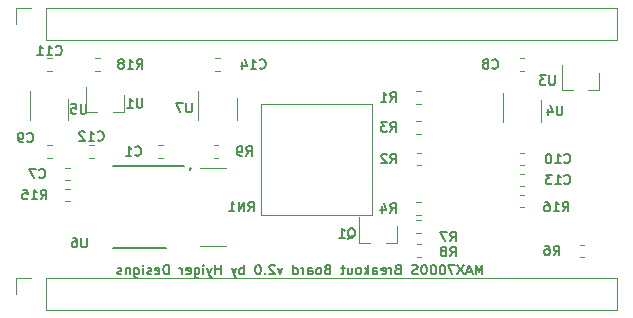
<source format=gbr>
G04 #@! TF.GenerationSoftware,KiCad,Pcbnew,(5.1.4-0-10_14)*
G04 #@! TF.CreationDate,2019-08-31T02:18:22-07:00*
G04 #@! TF.ProjectId,max_breakout,6d61785f-6272-4656-916b-6f75742e6b69,2.0*
G04 #@! TF.SameCoordinates,Original*
G04 #@! TF.FileFunction,Legend,Bot*
G04 #@! TF.FilePolarity,Positive*
%FSLAX46Y46*%
G04 Gerber Fmt 4.6, Leading zero omitted, Abs format (unit mm)*
G04 Created by KiCad (PCBNEW (5.1.4-0-10_14)) date 2019-08-31 02:18:22*
%MOMM*%
%LPD*%
G04 APERTURE LIST*
%ADD10C,0.152400*%
%ADD11C,0.120000*%
%ADD12C,0.150000*%
G04 APERTURE END LIST*
D10*
X127508000Y-110272285D02*
X127580571Y-110344857D01*
X127508000Y-110417428D01*
X127435428Y-110344857D01*
X127508000Y-110272285D01*
X127508000Y-110417428D01*
X152202847Y-119239695D02*
X152202847Y-118426895D01*
X151931914Y-119007466D01*
X151660980Y-118426895D01*
X151660980Y-119239695D01*
X151312638Y-119007466D02*
X150925590Y-119007466D01*
X151390047Y-119239695D02*
X151119114Y-118426895D01*
X150848180Y-119239695D01*
X150654657Y-118426895D02*
X150112790Y-119239695D01*
X150112790Y-118426895D02*
X150654657Y-119239695D01*
X149880561Y-118426895D02*
X149338695Y-118426895D01*
X149687038Y-119239695D01*
X148874238Y-118426895D02*
X148796828Y-118426895D01*
X148719419Y-118465600D01*
X148680714Y-118504304D01*
X148642009Y-118581714D01*
X148603304Y-118736533D01*
X148603304Y-118930057D01*
X148642009Y-119084876D01*
X148680714Y-119162285D01*
X148719419Y-119200990D01*
X148796828Y-119239695D01*
X148874238Y-119239695D01*
X148951647Y-119200990D01*
X148990352Y-119162285D01*
X149029057Y-119084876D01*
X149067761Y-118930057D01*
X149067761Y-118736533D01*
X149029057Y-118581714D01*
X148990352Y-118504304D01*
X148951647Y-118465600D01*
X148874238Y-118426895D01*
X148100142Y-118426895D02*
X148022733Y-118426895D01*
X147945323Y-118465600D01*
X147906619Y-118504304D01*
X147867914Y-118581714D01*
X147829209Y-118736533D01*
X147829209Y-118930057D01*
X147867914Y-119084876D01*
X147906619Y-119162285D01*
X147945323Y-119200990D01*
X148022733Y-119239695D01*
X148100142Y-119239695D01*
X148177552Y-119200990D01*
X148216257Y-119162285D01*
X148254961Y-119084876D01*
X148293666Y-118930057D01*
X148293666Y-118736533D01*
X148254961Y-118581714D01*
X148216257Y-118504304D01*
X148177552Y-118465600D01*
X148100142Y-118426895D01*
X147326047Y-118426895D02*
X147248638Y-118426895D01*
X147171228Y-118465600D01*
X147132523Y-118504304D01*
X147093819Y-118581714D01*
X147055114Y-118736533D01*
X147055114Y-118930057D01*
X147093819Y-119084876D01*
X147132523Y-119162285D01*
X147171228Y-119200990D01*
X147248638Y-119239695D01*
X147326047Y-119239695D01*
X147403457Y-119200990D01*
X147442161Y-119162285D01*
X147480866Y-119084876D01*
X147519571Y-118930057D01*
X147519571Y-118736533D01*
X147480866Y-118581714D01*
X147442161Y-118504304D01*
X147403457Y-118465600D01*
X147326047Y-118426895D01*
X146745476Y-119200990D02*
X146629361Y-119239695D01*
X146435838Y-119239695D01*
X146358428Y-119200990D01*
X146319723Y-119162285D01*
X146281019Y-119084876D01*
X146281019Y-119007466D01*
X146319723Y-118930057D01*
X146358428Y-118891352D01*
X146435838Y-118852647D01*
X146590657Y-118813942D01*
X146668066Y-118775238D01*
X146706771Y-118736533D01*
X146745476Y-118659123D01*
X146745476Y-118581714D01*
X146706771Y-118504304D01*
X146668066Y-118465600D01*
X146590657Y-118426895D01*
X146397133Y-118426895D01*
X146281019Y-118465600D01*
X145042466Y-118813942D02*
X144926352Y-118852647D01*
X144887647Y-118891352D01*
X144848942Y-118968761D01*
X144848942Y-119084876D01*
X144887647Y-119162285D01*
X144926352Y-119200990D01*
X145003761Y-119239695D01*
X145313400Y-119239695D01*
X145313400Y-118426895D01*
X145042466Y-118426895D01*
X144965057Y-118465600D01*
X144926352Y-118504304D01*
X144887647Y-118581714D01*
X144887647Y-118659123D01*
X144926352Y-118736533D01*
X144965057Y-118775238D01*
X145042466Y-118813942D01*
X145313400Y-118813942D01*
X144500600Y-119239695D02*
X144500600Y-118697828D01*
X144500600Y-118852647D02*
X144461895Y-118775238D01*
X144423190Y-118736533D01*
X144345780Y-118697828D01*
X144268371Y-118697828D01*
X143687800Y-119200990D02*
X143765209Y-119239695D01*
X143920028Y-119239695D01*
X143997438Y-119200990D01*
X144036142Y-119123580D01*
X144036142Y-118813942D01*
X143997438Y-118736533D01*
X143920028Y-118697828D01*
X143765209Y-118697828D01*
X143687800Y-118736533D01*
X143649095Y-118813942D01*
X143649095Y-118891352D01*
X144036142Y-118968761D01*
X142952409Y-119239695D02*
X142952409Y-118813942D01*
X142991114Y-118736533D01*
X143068523Y-118697828D01*
X143223342Y-118697828D01*
X143300752Y-118736533D01*
X142952409Y-119200990D02*
X143029819Y-119239695D01*
X143223342Y-119239695D01*
X143300752Y-119200990D01*
X143339457Y-119123580D01*
X143339457Y-119046171D01*
X143300752Y-118968761D01*
X143223342Y-118930057D01*
X143029819Y-118930057D01*
X142952409Y-118891352D01*
X142565361Y-119239695D02*
X142565361Y-118426895D01*
X142487952Y-118930057D02*
X142255723Y-119239695D01*
X142255723Y-118697828D02*
X142565361Y-119007466D01*
X141791266Y-119239695D02*
X141868676Y-119200990D01*
X141907380Y-119162285D01*
X141946085Y-119084876D01*
X141946085Y-118852647D01*
X141907380Y-118775238D01*
X141868676Y-118736533D01*
X141791266Y-118697828D01*
X141675152Y-118697828D01*
X141597742Y-118736533D01*
X141559038Y-118775238D01*
X141520333Y-118852647D01*
X141520333Y-119084876D01*
X141559038Y-119162285D01*
X141597742Y-119200990D01*
X141675152Y-119239695D01*
X141791266Y-119239695D01*
X140823647Y-118697828D02*
X140823647Y-119239695D01*
X141171990Y-118697828D02*
X141171990Y-119123580D01*
X141133285Y-119200990D01*
X141055876Y-119239695D01*
X140939761Y-119239695D01*
X140862352Y-119200990D01*
X140823647Y-119162285D01*
X140552714Y-118697828D02*
X140243076Y-118697828D01*
X140436600Y-118426895D02*
X140436600Y-119123580D01*
X140397895Y-119200990D01*
X140320485Y-119239695D01*
X140243076Y-119239695D01*
X139081933Y-118813942D02*
X138965819Y-118852647D01*
X138927114Y-118891352D01*
X138888409Y-118968761D01*
X138888409Y-119084876D01*
X138927114Y-119162285D01*
X138965819Y-119200990D01*
X139043228Y-119239695D01*
X139352866Y-119239695D01*
X139352866Y-118426895D01*
X139081933Y-118426895D01*
X139004523Y-118465600D01*
X138965819Y-118504304D01*
X138927114Y-118581714D01*
X138927114Y-118659123D01*
X138965819Y-118736533D01*
X139004523Y-118775238D01*
X139081933Y-118813942D01*
X139352866Y-118813942D01*
X138423952Y-119239695D02*
X138501361Y-119200990D01*
X138540066Y-119162285D01*
X138578771Y-119084876D01*
X138578771Y-118852647D01*
X138540066Y-118775238D01*
X138501361Y-118736533D01*
X138423952Y-118697828D01*
X138307838Y-118697828D01*
X138230428Y-118736533D01*
X138191723Y-118775238D01*
X138153019Y-118852647D01*
X138153019Y-119084876D01*
X138191723Y-119162285D01*
X138230428Y-119200990D01*
X138307838Y-119239695D01*
X138423952Y-119239695D01*
X137456333Y-119239695D02*
X137456333Y-118813942D01*
X137495038Y-118736533D01*
X137572447Y-118697828D01*
X137727266Y-118697828D01*
X137804676Y-118736533D01*
X137456333Y-119200990D02*
X137533742Y-119239695D01*
X137727266Y-119239695D01*
X137804676Y-119200990D01*
X137843380Y-119123580D01*
X137843380Y-119046171D01*
X137804676Y-118968761D01*
X137727266Y-118930057D01*
X137533742Y-118930057D01*
X137456333Y-118891352D01*
X137069285Y-119239695D02*
X137069285Y-118697828D01*
X137069285Y-118852647D02*
X137030580Y-118775238D01*
X136991876Y-118736533D01*
X136914466Y-118697828D01*
X136837057Y-118697828D01*
X136217780Y-119239695D02*
X136217780Y-118426895D01*
X136217780Y-119200990D02*
X136295190Y-119239695D01*
X136450009Y-119239695D01*
X136527419Y-119200990D01*
X136566123Y-119162285D01*
X136604828Y-119084876D01*
X136604828Y-118852647D01*
X136566123Y-118775238D01*
X136527419Y-118736533D01*
X136450009Y-118697828D01*
X136295190Y-118697828D01*
X136217780Y-118736533D01*
X135288866Y-118697828D02*
X135095342Y-119239695D01*
X134901819Y-118697828D01*
X134630885Y-118504304D02*
X134592180Y-118465600D01*
X134514771Y-118426895D01*
X134321247Y-118426895D01*
X134243838Y-118465600D01*
X134205133Y-118504304D01*
X134166428Y-118581714D01*
X134166428Y-118659123D01*
X134205133Y-118775238D01*
X134669590Y-119239695D01*
X134166428Y-119239695D01*
X133818085Y-119162285D02*
X133779380Y-119200990D01*
X133818085Y-119239695D01*
X133856790Y-119200990D01*
X133818085Y-119162285D01*
X133818085Y-119239695D01*
X133276219Y-118426895D02*
X133198809Y-118426895D01*
X133121400Y-118465600D01*
X133082695Y-118504304D01*
X133043990Y-118581714D01*
X133005285Y-118736533D01*
X133005285Y-118930057D01*
X133043990Y-119084876D01*
X133082695Y-119162285D01*
X133121400Y-119200990D01*
X133198809Y-119239695D01*
X133276219Y-119239695D01*
X133353628Y-119200990D01*
X133392333Y-119162285D01*
X133431038Y-119084876D01*
X133469742Y-118930057D01*
X133469742Y-118736533D01*
X133431038Y-118581714D01*
X133392333Y-118504304D01*
X133353628Y-118465600D01*
X133276219Y-118426895D01*
X132037666Y-119239695D02*
X132037666Y-118426895D01*
X132037666Y-118736533D02*
X131960257Y-118697828D01*
X131805438Y-118697828D01*
X131728028Y-118736533D01*
X131689323Y-118775238D01*
X131650619Y-118852647D01*
X131650619Y-119084876D01*
X131689323Y-119162285D01*
X131728028Y-119200990D01*
X131805438Y-119239695D01*
X131960257Y-119239695D01*
X132037666Y-119200990D01*
X131379685Y-118697828D02*
X131186161Y-119239695D01*
X130992638Y-118697828D02*
X131186161Y-119239695D01*
X131263571Y-119433219D01*
X131302276Y-119471923D01*
X131379685Y-119510628D01*
X130063723Y-119239695D02*
X130063723Y-118426895D01*
X130063723Y-118813942D02*
X129599266Y-118813942D01*
X129599266Y-119239695D02*
X129599266Y-118426895D01*
X129289628Y-118697828D02*
X129096104Y-119239695D01*
X128902580Y-118697828D02*
X129096104Y-119239695D01*
X129173514Y-119433219D01*
X129212219Y-119471923D01*
X129289628Y-119510628D01*
X128592942Y-119239695D02*
X128592942Y-118697828D01*
X128592942Y-118426895D02*
X128631647Y-118465600D01*
X128592942Y-118504304D01*
X128554238Y-118465600D01*
X128592942Y-118426895D01*
X128592942Y-118504304D01*
X127857552Y-118697828D02*
X127857552Y-119355809D01*
X127896257Y-119433219D01*
X127934961Y-119471923D01*
X128012371Y-119510628D01*
X128128485Y-119510628D01*
X128205895Y-119471923D01*
X127857552Y-119200990D02*
X127934961Y-119239695D01*
X128089780Y-119239695D01*
X128167190Y-119200990D01*
X128205895Y-119162285D01*
X128244600Y-119084876D01*
X128244600Y-118852647D01*
X128205895Y-118775238D01*
X128167190Y-118736533D01*
X128089780Y-118697828D01*
X127934961Y-118697828D01*
X127857552Y-118736533D01*
X127160866Y-119200990D02*
X127238276Y-119239695D01*
X127393095Y-119239695D01*
X127470504Y-119200990D01*
X127509209Y-119123580D01*
X127509209Y-118813942D01*
X127470504Y-118736533D01*
X127393095Y-118697828D01*
X127238276Y-118697828D01*
X127160866Y-118736533D01*
X127122161Y-118813942D01*
X127122161Y-118891352D01*
X127509209Y-118968761D01*
X126773819Y-119239695D02*
X126773819Y-118697828D01*
X126773819Y-118852647D02*
X126735114Y-118775238D01*
X126696409Y-118736533D01*
X126619000Y-118697828D01*
X126541590Y-118697828D01*
X125651380Y-119239695D02*
X125651380Y-118426895D01*
X125457857Y-118426895D01*
X125341742Y-118465600D01*
X125264333Y-118543009D01*
X125225628Y-118620419D01*
X125186923Y-118775238D01*
X125186923Y-118891352D01*
X125225628Y-119046171D01*
X125264333Y-119123580D01*
X125341742Y-119200990D01*
X125457857Y-119239695D01*
X125651380Y-119239695D01*
X124528942Y-119200990D02*
X124606352Y-119239695D01*
X124761171Y-119239695D01*
X124838580Y-119200990D01*
X124877285Y-119123580D01*
X124877285Y-118813942D01*
X124838580Y-118736533D01*
X124761171Y-118697828D01*
X124606352Y-118697828D01*
X124528942Y-118736533D01*
X124490238Y-118813942D01*
X124490238Y-118891352D01*
X124877285Y-118968761D01*
X124180600Y-119200990D02*
X124103190Y-119239695D01*
X123948371Y-119239695D01*
X123870961Y-119200990D01*
X123832257Y-119123580D01*
X123832257Y-119084876D01*
X123870961Y-119007466D01*
X123948371Y-118968761D01*
X124064485Y-118968761D01*
X124141895Y-118930057D01*
X124180600Y-118852647D01*
X124180600Y-118813942D01*
X124141895Y-118736533D01*
X124064485Y-118697828D01*
X123948371Y-118697828D01*
X123870961Y-118736533D01*
X123483914Y-119239695D02*
X123483914Y-118697828D01*
X123483914Y-118426895D02*
X123522619Y-118465600D01*
X123483914Y-118504304D01*
X123445209Y-118465600D01*
X123483914Y-118426895D01*
X123483914Y-118504304D01*
X122748523Y-118697828D02*
X122748523Y-119355809D01*
X122787228Y-119433219D01*
X122825933Y-119471923D01*
X122903342Y-119510628D01*
X123019457Y-119510628D01*
X123096866Y-119471923D01*
X122748523Y-119200990D02*
X122825933Y-119239695D01*
X122980752Y-119239695D01*
X123058161Y-119200990D01*
X123096866Y-119162285D01*
X123135571Y-119084876D01*
X123135571Y-118852647D01*
X123096866Y-118775238D01*
X123058161Y-118736533D01*
X122980752Y-118697828D01*
X122825933Y-118697828D01*
X122748523Y-118736533D01*
X122361476Y-118697828D02*
X122361476Y-119239695D01*
X122361476Y-118775238D02*
X122322771Y-118736533D01*
X122245361Y-118697828D01*
X122129247Y-118697828D01*
X122051838Y-118736533D01*
X122013133Y-118813942D01*
X122013133Y-119239695D01*
X121664790Y-119200990D02*
X121587380Y-119239695D01*
X121432561Y-119239695D01*
X121355152Y-119200990D01*
X121316447Y-119123580D01*
X121316447Y-119084876D01*
X121355152Y-119007466D01*
X121432561Y-118968761D01*
X121548676Y-118968761D01*
X121626085Y-118930057D01*
X121664790Y-118852647D01*
X121664790Y-118813942D01*
X121626085Y-118736533D01*
X121548676Y-118697828D01*
X121432561Y-118697828D01*
X121355152Y-118736533D01*
D11*
X133477000Y-114173000D02*
X133477000Y-104775000D01*
X142875000Y-114173000D02*
X133477000Y-114173000D01*
X142875000Y-104775000D02*
X142875000Y-114173000D01*
X133477000Y-104775000D02*
X142875000Y-104775000D01*
X129622733Y-100963000D02*
X129965267Y-100963000D01*
X129622733Y-101983000D02*
X129965267Y-101983000D01*
X115398733Y-100963000D02*
X115741267Y-100963000D01*
X115398733Y-101983000D02*
X115741267Y-101983000D01*
X128184000Y-106136000D02*
X128184000Y-103686000D01*
X131404000Y-104336000D02*
X131404000Y-106136000D01*
X112716000Y-96714000D02*
X112716000Y-98044000D01*
X114046000Y-96714000D02*
X112716000Y-96714000D01*
X115316000Y-96714000D02*
X115316000Y-99374000D01*
X115316000Y-99374000D02*
X163636000Y-99374000D01*
X115316000Y-96714000D02*
X163636000Y-96714000D01*
X163636000Y-96714000D02*
X163636000Y-99374000D01*
X112716000Y-119574000D02*
X112716000Y-120904000D01*
X114046000Y-119574000D02*
X112716000Y-119574000D01*
X115316000Y-119574000D02*
X115316000Y-122234000D01*
X115316000Y-122234000D02*
X163636000Y-122234000D01*
X115316000Y-119574000D02*
X163636000Y-119574000D01*
X163636000Y-119574000D02*
X163636000Y-122234000D01*
X115398733Y-108329000D02*
X115741267Y-108329000D01*
X115398733Y-109349000D02*
X115741267Y-109349000D01*
X128313000Y-110238000D02*
X130513000Y-110238000D01*
X128313000Y-116838000D02*
X130513000Y-116838000D01*
X121849000Y-105535000D02*
X120919000Y-105535000D01*
X118689000Y-105535000D02*
X119619000Y-105535000D01*
X118689000Y-105535000D02*
X118689000Y-103375000D01*
X121849000Y-105535000D02*
X121849000Y-104075000D01*
D12*
X126940000Y-110088000D02*
X120965000Y-110088000D01*
X125415000Y-116988000D02*
X120965000Y-116988000D01*
D11*
X116922733Y-112012000D02*
X117265267Y-112012000D01*
X116922733Y-113032000D02*
X117265267Y-113032000D01*
X144963000Y-116584000D02*
X144033000Y-116584000D01*
X141803000Y-116584000D02*
X142733000Y-116584000D01*
X141803000Y-116584000D02*
X141803000Y-114424000D01*
X144963000Y-116584000D02*
X144963000Y-115124000D01*
X146654733Y-117731000D02*
X146997267Y-117731000D01*
X146654733Y-116711000D02*
X146997267Y-116711000D01*
X113899000Y-106183000D02*
X113899000Y-103733000D01*
X117119000Y-104383000D02*
X117119000Y-106183000D01*
X162108000Y-103646000D02*
X162108000Y-102186000D01*
X158948000Y-103646000D02*
X158948000Y-101486000D01*
X158948000Y-103646000D02*
X159878000Y-103646000D01*
X162108000Y-103646000D02*
X161178000Y-103646000D01*
X155746267Y-110742000D02*
X155403733Y-110742000D01*
X155746267Y-111762000D02*
X155403733Y-111762000D01*
X117265267Y-111254000D02*
X116922733Y-111254000D01*
X117265267Y-110234000D02*
X116922733Y-110234000D01*
X155403733Y-109984000D02*
X155746267Y-109984000D01*
X155403733Y-108964000D02*
X155746267Y-108964000D01*
X157185000Y-104510000D02*
X157185000Y-106310000D01*
X153965000Y-106310000D02*
X153965000Y-103860000D01*
X155403733Y-101983000D02*
X155746267Y-101983000D01*
X155403733Y-100963000D02*
X155746267Y-100963000D01*
X119805267Y-100963000D02*
X119462733Y-100963000D01*
X119805267Y-101983000D02*
X119462733Y-101983000D01*
X129838267Y-108329000D02*
X129495733Y-108329000D01*
X129838267Y-109349000D02*
X129495733Y-109349000D01*
X146640733Y-115699000D02*
X146983267Y-115699000D01*
X146640733Y-114679000D02*
X146983267Y-114679000D01*
X125139267Y-108329000D02*
X124796733Y-108329000D01*
X125139267Y-109349000D02*
X124796733Y-109349000D01*
X160483733Y-116751000D02*
X160826267Y-116751000D01*
X160483733Y-117771000D02*
X160826267Y-117771000D01*
X155746267Y-113540000D02*
X155403733Y-113540000D01*
X155746267Y-112520000D02*
X155403733Y-112520000D01*
X146640733Y-113155000D02*
X146983267Y-113155000D01*
X146640733Y-114175000D02*
X146983267Y-114175000D01*
X146640733Y-106297000D02*
X146983267Y-106297000D01*
X146640733Y-107317000D02*
X146983267Y-107317000D01*
X146654733Y-108964000D02*
X146997267Y-108964000D01*
X146654733Y-109984000D02*
X146997267Y-109984000D01*
X146983267Y-104777000D02*
X146640733Y-104777000D01*
X146983267Y-103757000D02*
X146640733Y-103757000D01*
X118954733Y-108329000D02*
X119297267Y-108329000D01*
X118954733Y-109349000D02*
X119297267Y-109349000D01*
D10*
X133364514Y-101763285D02*
X133403219Y-101801990D01*
X133519333Y-101840695D01*
X133596742Y-101840695D01*
X133712857Y-101801990D01*
X133790266Y-101724580D01*
X133828971Y-101647171D01*
X133867676Y-101492352D01*
X133867676Y-101376238D01*
X133828971Y-101221419D01*
X133790266Y-101144009D01*
X133712857Y-101066600D01*
X133596742Y-101027895D01*
X133519333Y-101027895D01*
X133403219Y-101066600D01*
X133364514Y-101105304D01*
X132590419Y-101840695D02*
X133054876Y-101840695D01*
X132822647Y-101840695D02*
X132822647Y-101027895D01*
X132900057Y-101144009D01*
X132977466Y-101221419D01*
X133054876Y-101260123D01*
X131893733Y-101298828D02*
X131893733Y-101840695D01*
X132087257Y-100989190D02*
X132280780Y-101569761D01*
X131777619Y-101569761D01*
X116092514Y-100620285D02*
X116131219Y-100658990D01*
X116247333Y-100697695D01*
X116324742Y-100697695D01*
X116440857Y-100658990D01*
X116518266Y-100581580D01*
X116556971Y-100504171D01*
X116595676Y-100349352D01*
X116595676Y-100233238D01*
X116556971Y-100078419D01*
X116518266Y-100001009D01*
X116440857Y-99923600D01*
X116324742Y-99884895D01*
X116247333Y-99884895D01*
X116131219Y-99923600D01*
X116092514Y-99962304D01*
X115318419Y-100697695D02*
X115782876Y-100697695D01*
X115550647Y-100697695D02*
X115550647Y-99884895D01*
X115628057Y-100001009D01*
X115705466Y-100078419D01*
X115782876Y-100117123D01*
X114544323Y-100697695D02*
X115008780Y-100697695D01*
X114776552Y-100697695D02*
X114776552Y-99884895D01*
X114853961Y-100001009D01*
X114931371Y-100078419D01*
X115008780Y-100117123D01*
X127619276Y-104710895D02*
X127619276Y-105368876D01*
X127580571Y-105446285D01*
X127541866Y-105484990D01*
X127464457Y-105523695D01*
X127309638Y-105523695D01*
X127232228Y-105484990D01*
X127193523Y-105446285D01*
X127154819Y-105368876D01*
X127154819Y-104710895D01*
X126845180Y-104710895D02*
X126303314Y-104710895D01*
X126651657Y-105523695D01*
X113673466Y-107986285D02*
X113712171Y-108024990D01*
X113828285Y-108063695D01*
X113905695Y-108063695D01*
X114021809Y-108024990D01*
X114099219Y-107947580D01*
X114137923Y-107870171D01*
X114176628Y-107715352D01*
X114176628Y-107599238D01*
X114137923Y-107444419D01*
X114099219Y-107367009D01*
X114021809Y-107289600D01*
X113905695Y-107250895D01*
X113828285Y-107250895D01*
X113712171Y-107289600D01*
X113673466Y-107328304D01*
X113286419Y-108063695D02*
X113131600Y-108063695D01*
X113054190Y-108024990D01*
X113015485Y-107986285D01*
X112938076Y-107870171D01*
X112899371Y-107715352D01*
X112899371Y-107405714D01*
X112938076Y-107328304D01*
X112976780Y-107289600D01*
X113054190Y-107250895D01*
X113209009Y-107250895D01*
X113286419Y-107289600D01*
X113325123Y-107328304D01*
X113363828Y-107405714D01*
X113363828Y-107599238D01*
X113325123Y-107676647D01*
X113286419Y-107715352D01*
X113209009Y-107754057D01*
X113054190Y-107754057D01*
X112976780Y-107715352D01*
X112938076Y-107676647D01*
X112899371Y-107599238D01*
X132387219Y-113905695D02*
X132658152Y-113518647D01*
X132851676Y-113905695D02*
X132851676Y-113092895D01*
X132542038Y-113092895D01*
X132464628Y-113131600D01*
X132425923Y-113170304D01*
X132387219Y-113247714D01*
X132387219Y-113363828D01*
X132425923Y-113441238D01*
X132464628Y-113479942D01*
X132542038Y-113518647D01*
X132851676Y-113518647D01*
X132038876Y-113905695D02*
X132038876Y-113092895D01*
X131574419Y-113905695D01*
X131574419Y-113092895D01*
X130761619Y-113905695D02*
X131226076Y-113905695D01*
X130993847Y-113905695D02*
X130993847Y-113092895D01*
X131071257Y-113209009D01*
X131148666Y-113286419D01*
X131226076Y-113325123D01*
X123428276Y-104329895D02*
X123428276Y-104987876D01*
X123389571Y-105065285D01*
X123350866Y-105103990D01*
X123273457Y-105142695D01*
X123118638Y-105142695D01*
X123041228Y-105103990D01*
X123002523Y-105065285D01*
X122963819Y-104987876D01*
X122963819Y-104329895D01*
X122151019Y-105142695D02*
X122615476Y-105142695D01*
X122383247Y-105142695D02*
X122383247Y-104329895D01*
X122460657Y-104446009D01*
X122538066Y-104523419D01*
X122615476Y-104562123D01*
X118729276Y-116140895D02*
X118729276Y-116798876D01*
X118690571Y-116876285D01*
X118651866Y-116914990D01*
X118574457Y-116953695D01*
X118419638Y-116953695D01*
X118342228Y-116914990D01*
X118303523Y-116876285D01*
X118264819Y-116798876D01*
X118264819Y-116140895D01*
X117529428Y-116140895D02*
X117684247Y-116140895D01*
X117761657Y-116179600D01*
X117800361Y-116218304D01*
X117877771Y-116334419D01*
X117916476Y-116489238D01*
X117916476Y-116798876D01*
X117877771Y-116876285D01*
X117839066Y-116914990D01*
X117761657Y-116953695D01*
X117606838Y-116953695D01*
X117529428Y-116914990D01*
X117490723Y-116876285D01*
X117452019Y-116798876D01*
X117452019Y-116605352D01*
X117490723Y-116527942D01*
X117529428Y-116489238D01*
X117606838Y-116450533D01*
X117761657Y-116450533D01*
X117839066Y-116489238D01*
X117877771Y-116527942D01*
X117916476Y-116605352D01*
X114822514Y-112889695D02*
X115093447Y-112502647D01*
X115286971Y-112889695D02*
X115286971Y-112076895D01*
X114977333Y-112076895D01*
X114899923Y-112115600D01*
X114861219Y-112154304D01*
X114822514Y-112231714D01*
X114822514Y-112347828D01*
X114861219Y-112425238D01*
X114899923Y-112463942D01*
X114977333Y-112502647D01*
X115286971Y-112502647D01*
X114048419Y-112889695D02*
X114512876Y-112889695D01*
X114280647Y-112889695D02*
X114280647Y-112076895D01*
X114358057Y-112193009D01*
X114435466Y-112270419D01*
X114512876Y-112309123D01*
X113313028Y-112076895D02*
X113700076Y-112076895D01*
X113738780Y-112463942D01*
X113700076Y-112425238D01*
X113622666Y-112386533D01*
X113429142Y-112386533D01*
X113351733Y-112425238D01*
X113313028Y-112463942D01*
X113274323Y-112541352D01*
X113274323Y-112734876D01*
X113313028Y-112812285D01*
X113351733Y-112850990D01*
X113429142Y-112889695D01*
X113622666Y-112889695D01*
X113700076Y-112850990D01*
X113738780Y-112812285D01*
X140818809Y-116223104D02*
X140896219Y-116184400D01*
X140973628Y-116106990D01*
X141089742Y-115990876D01*
X141167152Y-115952171D01*
X141244561Y-115952171D01*
X141205857Y-116145695D02*
X141283266Y-116106990D01*
X141360676Y-116029580D01*
X141399380Y-115874761D01*
X141399380Y-115603828D01*
X141360676Y-115449009D01*
X141283266Y-115371600D01*
X141205857Y-115332895D01*
X141051038Y-115332895D01*
X140973628Y-115371600D01*
X140896219Y-115449009D01*
X140857514Y-115603828D01*
X140857514Y-115874761D01*
X140896219Y-116029580D01*
X140973628Y-116106990D01*
X141051038Y-116145695D01*
X141205857Y-116145695D01*
X140083419Y-116145695D02*
X140547876Y-116145695D01*
X140315647Y-116145695D02*
X140315647Y-115332895D01*
X140393057Y-115449009D01*
X140470466Y-115526419D01*
X140547876Y-115565123D01*
X149487466Y-117715695D02*
X149758400Y-117328647D01*
X149951923Y-117715695D02*
X149951923Y-116902895D01*
X149642285Y-116902895D01*
X149564876Y-116941600D01*
X149526171Y-116980304D01*
X149487466Y-117057714D01*
X149487466Y-117173828D01*
X149526171Y-117251238D01*
X149564876Y-117289942D01*
X149642285Y-117328647D01*
X149951923Y-117328647D01*
X149023009Y-117251238D02*
X149100419Y-117212533D01*
X149139123Y-117173828D01*
X149177828Y-117096419D01*
X149177828Y-117057714D01*
X149139123Y-116980304D01*
X149100419Y-116941600D01*
X149023009Y-116902895D01*
X148868190Y-116902895D01*
X148790780Y-116941600D01*
X148752076Y-116980304D01*
X148713371Y-117057714D01*
X148713371Y-117096419D01*
X148752076Y-117173828D01*
X148790780Y-117212533D01*
X148868190Y-117251238D01*
X149023009Y-117251238D01*
X149100419Y-117289942D01*
X149139123Y-117328647D01*
X149177828Y-117406057D01*
X149177828Y-117560876D01*
X149139123Y-117638285D01*
X149100419Y-117676990D01*
X149023009Y-117715695D01*
X148868190Y-117715695D01*
X148790780Y-117676990D01*
X148752076Y-117638285D01*
X148713371Y-117560876D01*
X148713371Y-117406057D01*
X148752076Y-117328647D01*
X148790780Y-117289942D01*
X148868190Y-117251238D01*
X118668276Y-104837895D02*
X118668276Y-105495876D01*
X118629571Y-105573285D01*
X118590866Y-105611990D01*
X118513457Y-105650695D01*
X118358638Y-105650695D01*
X118281228Y-105611990D01*
X118242523Y-105573285D01*
X118203819Y-105495876D01*
X118203819Y-104837895D01*
X117429723Y-104837895D02*
X117816771Y-104837895D01*
X117855476Y-105224942D01*
X117816771Y-105186238D01*
X117739361Y-105147533D01*
X117545838Y-105147533D01*
X117468428Y-105186238D01*
X117429723Y-105224942D01*
X117391019Y-105302352D01*
X117391019Y-105495876D01*
X117429723Y-105573285D01*
X117468428Y-105611990D01*
X117545838Y-105650695D01*
X117739361Y-105650695D01*
X117816771Y-105611990D01*
X117855476Y-105573285D01*
X158353276Y-102394895D02*
X158353276Y-103052876D01*
X158314571Y-103130285D01*
X158275866Y-103168990D01*
X158198457Y-103207695D01*
X158043638Y-103207695D01*
X157966228Y-103168990D01*
X157927523Y-103130285D01*
X157888819Y-103052876D01*
X157888819Y-102394895D01*
X157579180Y-102394895D02*
X157076019Y-102394895D01*
X157346952Y-102704533D01*
X157230838Y-102704533D01*
X157153428Y-102743238D01*
X157114723Y-102781942D01*
X157076019Y-102859352D01*
X157076019Y-103052876D01*
X157114723Y-103130285D01*
X157153428Y-103168990D01*
X157230838Y-103207695D01*
X157463066Y-103207695D01*
X157540476Y-103168990D01*
X157579180Y-103130285D01*
X159145514Y-111542285D02*
X159184219Y-111580990D01*
X159300333Y-111619695D01*
X159377742Y-111619695D01*
X159493857Y-111580990D01*
X159571266Y-111503580D01*
X159609971Y-111426171D01*
X159648676Y-111271352D01*
X159648676Y-111155238D01*
X159609971Y-111000419D01*
X159571266Y-110923009D01*
X159493857Y-110845600D01*
X159377742Y-110806895D01*
X159300333Y-110806895D01*
X159184219Y-110845600D01*
X159145514Y-110884304D01*
X158371419Y-111619695D02*
X158835876Y-111619695D01*
X158603647Y-111619695D02*
X158603647Y-110806895D01*
X158681057Y-110923009D01*
X158758466Y-111000419D01*
X158835876Y-111039123D01*
X158100485Y-110806895D02*
X157597323Y-110806895D01*
X157868257Y-111116533D01*
X157752142Y-111116533D01*
X157674733Y-111155238D01*
X157636028Y-111193942D01*
X157597323Y-111271352D01*
X157597323Y-111464876D01*
X157636028Y-111542285D01*
X157674733Y-111580990D01*
X157752142Y-111619695D01*
X157984371Y-111619695D01*
X158061780Y-111580990D01*
X158100485Y-111542285D01*
X114689466Y-111034285D02*
X114728171Y-111072990D01*
X114844285Y-111111695D01*
X114921695Y-111111695D01*
X115037809Y-111072990D01*
X115115219Y-110995580D01*
X115153923Y-110918171D01*
X115192628Y-110763352D01*
X115192628Y-110647238D01*
X115153923Y-110492419D01*
X115115219Y-110415009D01*
X115037809Y-110337600D01*
X114921695Y-110298895D01*
X114844285Y-110298895D01*
X114728171Y-110337600D01*
X114689466Y-110376304D01*
X114418533Y-110298895D02*
X113876666Y-110298895D01*
X114225009Y-111111695D01*
X159145514Y-109764285D02*
X159184219Y-109802990D01*
X159300333Y-109841695D01*
X159377742Y-109841695D01*
X159493857Y-109802990D01*
X159571266Y-109725580D01*
X159609971Y-109648171D01*
X159648676Y-109493352D01*
X159648676Y-109377238D01*
X159609971Y-109222419D01*
X159571266Y-109145009D01*
X159493857Y-109067600D01*
X159377742Y-109028895D01*
X159300333Y-109028895D01*
X159184219Y-109067600D01*
X159145514Y-109106304D01*
X158371419Y-109841695D02*
X158835876Y-109841695D01*
X158603647Y-109841695D02*
X158603647Y-109028895D01*
X158681057Y-109145009D01*
X158758466Y-109222419D01*
X158835876Y-109261123D01*
X157868257Y-109028895D02*
X157790847Y-109028895D01*
X157713438Y-109067600D01*
X157674733Y-109106304D01*
X157636028Y-109183714D01*
X157597323Y-109338533D01*
X157597323Y-109532057D01*
X157636028Y-109686876D01*
X157674733Y-109764285D01*
X157713438Y-109802990D01*
X157790847Y-109841695D01*
X157868257Y-109841695D01*
X157945666Y-109802990D01*
X157984371Y-109764285D01*
X158023076Y-109686876D01*
X158061780Y-109532057D01*
X158061780Y-109338533D01*
X158023076Y-109183714D01*
X157984371Y-109106304D01*
X157945666Y-109067600D01*
X157868257Y-109028895D01*
X158988276Y-104964895D02*
X158988276Y-105622876D01*
X158949571Y-105700285D01*
X158910866Y-105738990D01*
X158833457Y-105777695D01*
X158678638Y-105777695D01*
X158601228Y-105738990D01*
X158562523Y-105700285D01*
X158523819Y-105622876D01*
X158523819Y-104964895D01*
X157788428Y-105235828D02*
X157788428Y-105777695D01*
X157981952Y-104926190D02*
X158175476Y-105506761D01*
X157672314Y-105506761D01*
X153043466Y-101763285D02*
X153082171Y-101801990D01*
X153198285Y-101840695D01*
X153275695Y-101840695D01*
X153391809Y-101801990D01*
X153469219Y-101724580D01*
X153507923Y-101647171D01*
X153546628Y-101492352D01*
X153546628Y-101376238D01*
X153507923Y-101221419D01*
X153469219Y-101144009D01*
X153391809Y-101066600D01*
X153275695Y-101027895D01*
X153198285Y-101027895D01*
X153082171Y-101066600D01*
X153043466Y-101105304D01*
X152579009Y-101376238D02*
X152656419Y-101337533D01*
X152695123Y-101298828D01*
X152733828Y-101221419D01*
X152733828Y-101182714D01*
X152695123Y-101105304D01*
X152656419Y-101066600D01*
X152579009Y-101027895D01*
X152424190Y-101027895D01*
X152346780Y-101066600D01*
X152308076Y-101105304D01*
X152269371Y-101182714D01*
X152269371Y-101221419D01*
X152308076Y-101298828D01*
X152346780Y-101337533D01*
X152424190Y-101376238D01*
X152579009Y-101376238D01*
X152656419Y-101414942D01*
X152695123Y-101453647D01*
X152733828Y-101531057D01*
X152733828Y-101685876D01*
X152695123Y-101763285D01*
X152656419Y-101801990D01*
X152579009Y-101840695D01*
X152424190Y-101840695D01*
X152346780Y-101801990D01*
X152308076Y-101763285D01*
X152269371Y-101685876D01*
X152269371Y-101531057D01*
X152308076Y-101453647D01*
X152346780Y-101414942D01*
X152424190Y-101376238D01*
X122950514Y-101840695D02*
X123221447Y-101453647D01*
X123414971Y-101840695D02*
X123414971Y-101027895D01*
X123105333Y-101027895D01*
X123027923Y-101066600D01*
X122989219Y-101105304D01*
X122950514Y-101182714D01*
X122950514Y-101298828D01*
X122989219Y-101376238D01*
X123027923Y-101414942D01*
X123105333Y-101453647D01*
X123414971Y-101453647D01*
X122176419Y-101840695D02*
X122640876Y-101840695D01*
X122408647Y-101840695D02*
X122408647Y-101027895D01*
X122486057Y-101144009D01*
X122563466Y-101221419D01*
X122640876Y-101260123D01*
X121711961Y-101376238D02*
X121789371Y-101337533D01*
X121828076Y-101298828D01*
X121866780Y-101221419D01*
X121866780Y-101182714D01*
X121828076Y-101105304D01*
X121789371Y-101066600D01*
X121711961Y-101027895D01*
X121557142Y-101027895D01*
X121479733Y-101066600D01*
X121441028Y-101105304D01*
X121402323Y-101182714D01*
X121402323Y-101221419D01*
X121441028Y-101298828D01*
X121479733Y-101337533D01*
X121557142Y-101376238D01*
X121711961Y-101376238D01*
X121789371Y-101414942D01*
X121828076Y-101453647D01*
X121866780Y-101531057D01*
X121866780Y-101685876D01*
X121828076Y-101763285D01*
X121789371Y-101801990D01*
X121711961Y-101840695D01*
X121557142Y-101840695D01*
X121479733Y-101801990D01*
X121441028Y-101763285D01*
X121402323Y-101685876D01*
X121402323Y-101531057D01*
X121441028Y-101453647D01*
X121479733Y-101414942D01*
X121557142Y-101376238D01*
X132215466Y-109206695D02*
X132486400Y-108819647D01*
X132679923Y-109206695D02*
X132679923Y-108393895D01*
X132370285Y-108393895D01*
X132292876Y-108432600D01*
X132254171Y-108471304D01*
X132215466Y-108548714D01*
X132215466Y-108664828D01*
X132254171Y-108742238D01*
X132292876Y-108780942D01*
X132370285Y-108819647D01*
X132679923Y-108819647D01*
X131828419Y-109206695D02*
X131673600Y-109206695D01*
X131596190Y-109167990D01*
X131557485Y-109129285D01*
X131480076Y-109013171D01*
X131441371Y-108858352D01*
X131441371Y-108548714D01*
X131480076Y-108471304D01*
X131518780Y-108432600D01*
X131596190Y-108393895D01*
X131751009Y-108393895D01*
X131828419Y-108432600D01*
X131867123Y-108471304D01*
X131905828Y-108548714D01*
X131905828Y-108742238D01*
X131867123Y-108819647D01*
X131828419Y-108858352D01*
X131751009Y-108897057D01*
X131596190Y-108897057D01*
X131518780Y-108858352D01*
X131480076Y-108819647D01*
X131441371Y-108742238D01*
X149487466Y-116445695D02*
X149758400Y-116058647D01*
X149951923Y-116445695D02*
X149951923Y-115632895D01*
X149642285Y-115632895D01*
X149564876Y-115671600D01*
X149526171Y-115710304D01*
X149487466Y-115787714D01*
X149487466Y-115903828D01*
X149526171Y-115981238D01*
X149564876Y-116019942D01*
X149642285Y-116058647D01*
X149951923Y-116058647D01*
X149216533Y-115632895D02*
X148674666Y-115632895D01*
X149023009Y-116445695D01*
X122817466Y-109129285D02*
X122856171Y-109167990D01*
X122972285Y-109206695D01*
X123049695Y-109206695D01*
X123165809Y-109167990D01*
X123243219Y-109090580D01*
X123281923Y-109013171D01*
X123320628Y-108858352D01*
X123320628Y-108742238D01*
X123281923Y-108587419D01*
X123243219Y-108510009D01*
X123165809Y-108432600D01*
X123049695Y-108393895D01*
X122972285Y-108393895D01*
X122856171Y-108432600D01*
X122817466Y-108471304D01*
X122043371Y-109206695D02*
X122507828Y-109206695D01*
X122275600Y-109206695D02*
X122275600Y-108393895D01*
X122353009Y-108510009D01*
X122430419Y-108587419D01*
X122507828Y-108626123D01*
X158250466Y-117628695D02*
X158521400Y-117241647D01*
X158714923Y-117628695D02*
X158714923Y-116815895D01*
X158405285Y-116815895D01*
X158327876Y-116854600D01*
X158289171Y-116893304D01*
X158250466Y-116970714D01*
X158250466Y-117086828D01*
X158289171Y-117164238D01*
X158327876Y-117202942D01*
X158405285Y-117241647D01*
X158714923Y-117241647D01*
X157553780Y-116815895D02*
X157708600Y-116815895D01*
X157786009Y-116854600D01*
X157824714Y-116893304D01*
X157902123Y-117009419D01*
X157940828Y-117164238D01*
X157940828Y-117473876D01*
X157902123Y-117551285D01*
X157863419Y-117589990D01*
X157786009Y-117628695D01*
X157631190Y-117628695D01*
X157553780Y-117589990D01*
X157515076Y-117551285D01*
X157476371Y-117473876D01*
X157476371Y-117280352D01*
X157515076Y-117202942D01*
X157553780Y-117164238D01*
X157631190Y-117125533D01*
X157786009Y-117125533D01*
X157863419Y-117164238D01*
X157902123Y-117202942D01*
X157940828Y-117280352D01*
X159018514Y-113905695D02*
X159289447Y-113518647D01*
X159482971Y-113905695D02*
X159482971Y-113092895D01*
X159173333Y-113092895D01*
X159095923Y-113131600D01*
X159057219Y-113170304D01*
X159018514Y-113247714D01*
X159018514Y-113363828D01*
X159057219Y-113441238D01*
X159095923Y-113479942D01*
X159173333Y-113518647D01*
X159482971Y-113518647D01*
X158244419Y-113905695D02*
X158708876Y-113905695D01*
X158476647Y-113905695D02*
X158476647Y-113092895D01*
X158554057Y-113209009D01*
X158631466Y-113286419D01*
X158708876Y-113325123D01*
X157547733Y-113092895D02*
X157702552Y-113092895D01*
X157779961Y-113131600D01*
X157818666Y-113170304D01*
X157896076Y-113286419D01*
X157934780Y-113441238D01*
X157934780Y-113750876D01*
X157896076Y-113828285D01*
X157857371Y-113866990D01*
X157779961Y-113905695D01*
X157625142Y-113905695D01*
X157547733Y-113866990D01*
X157509028Y-113828285D01*
X157470323Y-113750876D01*
X157470323Y-113557352D01*
X157509028Y-113479942D01*
X157547733Y-113441238D01*
X157625142Y-113402533D01*
X157779961Y-113402533D01*
X157857371Y-113441238D01*
X157896076Y-113479942D01*
X157934780Y-113557352D01*
X144407466Y-114032695D02*
X144678400Y-113645647D01*
X144871923Y-114032695D02*
X144871923Y-113219895D01*
X144562285Y-113219895D01*
X144484876Y-113258600D01*
X144446171Y-113297304D01*
X144407466Y-113374714D01*
X144407466Y-113490828D01*
X144446171Y-113568238D01*
X144484876Y-113606942D01*
X144562285Y-113645647D01*
X144871923Y-113645647D01*
X143710780Y-113490828D02*
X143710780Y-114032695D01*
X143904304Y-113181190D02*
X144097828Y-113761761D01*
X143594666Y-113761761D01*
X144407466Y-107174695D02*
X144678400Y-106787647D01*
X144871923Y-107174695D02*
X144871923Y-106361895D01*
X144562285Y-106361895D01*
X144484876Y-106400600D01*
X144446171Y-106439304D01*
X144407466Y-106516714D01*
X144407466Y-106632828D01*
X144446171Y-106710238D01*
X144484876Y-106748942D01*
X144562285Y-106787647D01*
X144871923Y-106787647D01*
X144136533Y-106361895D02*
X143633371Y-106361895D01*
X143904304Y-106671533D01*
X143788190Y-106671533D01*
X143710780Y-106710238D01*
X143672076Y-106748942D01*
X143633371Y-106826352D01*
X143633371Y-107019876D01*
X143672076Y-107097285D01*
X143710780Y-107135990D01*
X143788190Y-107174695D01*
X144020419Y-107174695D01*
X144097828Y-107135990D01*
X144136533Y-107097285D01*
X144421466Y-109841695D02*
X144692400Y-109454647D01*
X144885923Y-109841695D02*
X144885923Y-109028895D01*
X144576285Y-109028895D01*
X144498876Y-109067600D01*
X144460171Y-109106304D01*
X144421466Y-109183714D01*
X144421466Y-109299828D01*
X144460171Y-109377238D01*
X144498876Y-109415942D01*
X144576285Y-109454647D01*
X144885923Y-109454647D01*
X144111828Y-109106304D02*
X144073123Y-109067600D01*
X143995714Y-109028895D01*
X143802190Y-109028895D01*
X143724780Y-109067600D01*
X143686076Y-109106304D01*
X143647371Y-109183714D01*
X143647371Y-109261123D01*
X143686076Y-109377238D01*
X144150533Y-109841695D01*
X143647371Y-109841695D01*
X144407466Y-104634695D02*
X144678400Y-104247647D01*
X144871923Y-104634695D02*
X144871923Y-103821895D01*
X144562285Y-103821895D01*
X144484876Y-103860600D01*
X144446171Y-103899304D01*
X144407466Y-103976714D01*
X144407466Y-104092828D01*
X144446171Y-104170238D01*
X144484876Y-104208942D01*
X144562285Y-104247647D01*
X144871923Y-104247647D01*
X143633371Y-104634695D02*
X144097828Y-104634695D01*
X143865600Y-104634695D02*
X143865600Y-103821895D01*
X143943009Y-103938009D01*
X144020419Y-104015419D01*
X144097828Y-104054123D01*
X119648514Y-107859285D02*
X119687219Y-107897990D01*
X119803333Y-107936695D01*
X119880742Y-107936695D01*
X119996857Y-107897990D01*
X120074266Y-107820580D01*
X120112971Y-107743171D01*
X120151676Y-107588352D01*
X120151676Y-107472238D01*
X120112971Y-107317419D01*
X120074266Y-107240009D01*
X119996857Y-107162600D01*
X119880742Y-107123895D01*
X119803333Y-107123895D01*
X119687219Y-107162600D01*
X119648514Y-107201304D01*
X118874419Y-107936695D02*
X119338876Y-107936695D01*
X119106647Y-107936695D02*
X119106647Y-107123895D01*
X119184057Y-107240009D01*
X119261466Y-107317419D01*
X119338876Y-107356123D01*
X118564780Y-107201304D02*
X118526076Y-107162600D01*
X118448666Y-107123895D01*
X118255142Y-107123895D01*
X118177733Y-107162600D01*
X118139028Y-107201304D01*
X118100323Y-107278714D01*
X118100323Y-107356123D01*
X118139028Y-107472238D01*
X118603485Y-107936695D01*
X118100323Y-107936695D01*
M02*

</source>
